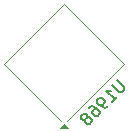
<source format=gbo>
G04 #@! TF.GenerationSoftware,KiCad,Pcbnew,9.0.2-9.0.2-0~ubuntu24.04.1*
G04 #@! TF.CreationDate,2025-07-24T13:16:32-07:00*
G04 #@! TF.ProjectId,2025-mini-keychain,32303235-2d6d-4696-9e69-2d6b65796368,rev?*
G04 #@! TF.SameCoordinates,Original*
G04 #@! TF.FileFunction,Legend,Bot*
G04 #@! TF.FilePolarity,Positive*
%FSLAX46Y46*%
G04 Gerber Fmt 4.6, Leading zero omitted, Abs format (unit mm)*
G04 Created by KiCad (PCBNEW 9.0.2-9.0.2-0~ubuntu24.04.1) date 2025-07-24 13:16:32*
%MOMM*%
%LPD*%
G01*
G04 APERTURE LIST*
%ADD10C,0.150000*%
%ADD11C,0.120000*%
G04 APERTURE END LIST*
D10*
X72986801Y-69889000D02*
X73559220Y-70461420D01*
X73559220Y-70461420D02*
X73592892Y-70562435D01*
X73592892Y-70562435D02*
X73592892Y-70629779D01*
X73592892Y-70629779D02*
X73559220Y-70730794D01*
X73559220Y-70730794D02*
X73424533Y-70865481D01*
X73424533Y-70865481D02*
X73323518Y-70899153D01*
X73323518Y-70899153D02*
X73256175Y-70899153D01*
X73256175Y-70899153D02*
X73155159Y-70865481D01*
X73155159Y-70865481D02*
X72582740Y-70293061D01*
X72582740Y-71707275D02*
X72986801Y-71303214D01*
X72784770Y-71505244D02*
X72077663Y-70798137D01*
X72077663Y-70798137D02*
X72246022Y-70831809D01*
X72246022Y-70831809D02*
X72380709Y-70831809D01*
X72380709Y-70831809D02*
X72481724Y-70798137D01*
X72246022Y-72043992D02*
X72111335Y-72178679D01*
X72111335Y-72178679D02*
X72010320Y-72212351D01*
X72010320Y-72212351D02*
X71942976Y-72212351D01*
X71942976Y-72212351D02*
X71774618Y-72178679D01*
X71774618Y-72178679D02*
X71606259Y-72077664D01*
X71606259Y-72077664D02*
X71336885Y-71808290D01*
X71336885Y-71808290D02*
X71303213Y-71707275D01*
X71303213Y-71707275D02*
X71303213Y-71639931D01*
X71303213Y-71639931D02*
X71336885Y-71538916D01*
X71336885Y-71538916D02*
X71471572Y-71404229D01*
X71471572Y-71404229D02*
X71572587Y-71370557D01*
X71572587Y-71370557D02*
X71639931Y-71370557D01*
X71639931Y-71370557D02*
X71740946Y-71404229D01*
X71740946Y-71404229D02*
X71909305Y-71572588D01*
X71909305Y-71572588D02*
X71942976Y-71673603D01*
X71942976Y-71673603D02*
X71942976Y-71740946D01*
X71942976Y-71740946D02*
X71909305Y-71841962D01*
X71909305Y-71841962D02*
X71774618Y-71976649D01*
X71774618Y-71976649D02*
X71673602Y-72010320D01*
X71673602Y-72010320D02*
X71606259Y-72010320D01*
X71606259Y-72010320D02*
X71505244Y-71976649D01*
X70596106Y-72279694D02*
X70730793Y-72145007D01*
X70730793Y-72145007D02*
X70831808Y-72111336D01*
X70831808Y-72111336D02*
X70899152Y-72111336D01*
X70899152Y-72111336D02*
X71067511Y-72145007D01*
X71067511Y-72145007D02*
X71235870Y-72246023D01*
X71235870Y-72246023D02*
X71505244Y-72515397D01*
X71505244Y-72515397D02*
X71538915Y-72616412D01*
X71538915Y-72616412D02*
X71538915Y-72683755D01*
X71538915Y-72683755D02*
X71505244Y-72784771D01*
X71505244Y-72784771D02*
X71370557Y-72919458D01*
X71370557Y-72919458D02*
X71269541Y-72953130D01*
X71269541Y-72953130D02*
X71202198Y-72953130D01*
X71202198Y-72953130D02*
X71101183Y-72919458D01*
X71101183Y-72919458D02*
X70932824Y-72751099D01*
X70932824Y-72751099D02*
X70899152Y-72650084D01*
X70899152Y-72650084D02*
X70899152Y-72582740D01*
X70899152Y-72582740D02*
X70932824Y-72481725D01*
X70932824Y-72481725D02*
X71067511Y-72347038D01*
X71067511Y-72347038D02*
X71168526Y-72313366D01*
X71168526Y-72313366D02*
X71235870Y-72313366D01*
X71235870Y-72313366D02*
X71336885Y-72347038D01*
X70427747Y-73054145D02*
X70461419Y-72953130D01*
X70461419Y-72953130D02*
X70461419Y-72885786D01*
X70461419Y-72885786D02*
X70427747Y-72784771D01*
X70427747Y-72784771D02*
X70394076Y-72751099D01*
X70394076Y-72751099D02*
X70293060Y-72717427D01*
X70293060Y-72717427D02*
X70225717Y-72717427D01*
X70225717Y-72717427D02*
X70124702Y-72751099D01*
X70124702Y-72751099D02*
X69990015Y-72885786D01*
X69990015Y-72885786D02*
X69956343Y-72986801D01*
X69956343Y-72986801D02*
X69956343Y-73054145D01*
X69956343Y-73054145D02*
X69990015Y-73155160D01*
X69990015Y-73155160D02*
X70023686Y-73188832D01*
X70023686Y-73188832D02*
X70124702Y-73222504D01*
X70124702Y-73222504D02*
X70192045Y-73222504D01*
X70192045Y-73222504D02*
X70293060Y-73188832D01*
X70293060Y-73188832D02*
X70427747Y-73054145D01*
X70427747Y-73054145D02*
X70528763Y-73020473D01*
X70528763Y-73020473D02*
X70596106Y-73020473D01*
X70596106Y-73020473D02*
X70697121Y-73054145D01*
X70697121Y-73054145D02*
X70831808Y-73188832D01*
X70831808Y-73188832D02*
X70865480Y-73289847D01*
X70865480Y-73289847D02*
X70865480Y-73357191D01*
X70865480Y-73357191D02*
X70831808Y-73458206D01*
X70831808Y-73458206D02*
X70697121Y-73592893D01*
X70697121Y-73592893D02*
X70596106Y-73626565D01*
X70596106Y-73626565D02*
X70528763Y-73626565D01*
X70528763Y-73626565D02*
X70427747Y-73592893D01*
X70427747Y-73592893D02*
X70293060Y-73458206D01*
X70293060Y-73458206D02*
X70259389Y-73357191D01*
X70259389Y-73357191D02*
X70259389Y-73289847D01*
X70259389Y-73289847D02*
X70293060Y-73188832D01*
D11*
G04 #@! TO.C,U1968*
X63408831Y-68500000D02*
X68500000Y-63408831D01*
X68273726Y-73364895D02*
X63408831Y-68500000D01*
X68500000Y-63408831D02*
X73591169Y-68500000D01*
X73591169Y-68500000D02*
X68726274Y-73364895D01*
X68853553Y-73944722D02*
X68146447Y-73944722D01*
X68500000Y-73591169D01*
X68853553Y-73944722D01*
G36*
X68853553Y-73944722D02*
G01*
X68146447Y-73944722D01*
X68500000Y-73591169D01*
X68853553Y-73944722D01*
G37*
G04 #@! TD*
M02*

</source>
